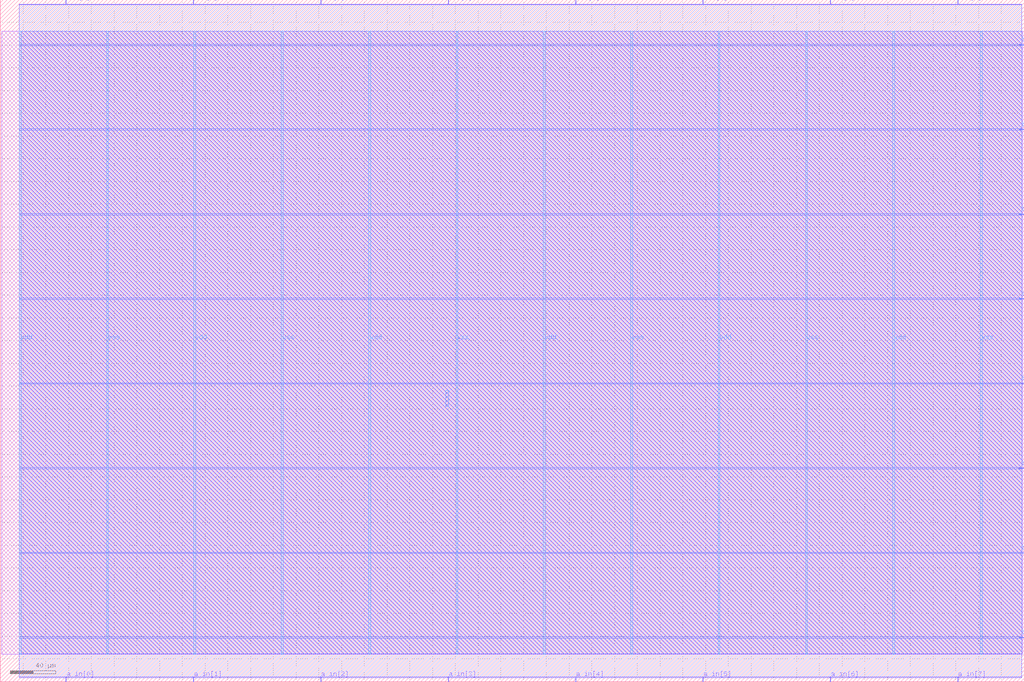
<source format=lef>
VERSION 5.7 ;
  NOWIREEXTENSIONATPIN ON ;
  DIVIDERCHAR "/" ;
  BUSBITCHARS "[]" ;
MACRO adder
  CLASS BLOCK ;
  FOREIGN adder ;
  ORIGIN 0.000 0.000 ;
  SIZE 900.000 BY 600.000 ;
  PIN a_in[0]
    DIRECTION INPUT ;
    USE SIGNAL ;
    PORT
      LAYER MET2 ;
        RECT 57.680 0.000 58.240 4.000 ;
    END
  END a_in[0]
  PIN a_in[1]
    DIRECTION INPUT ;
    USE SIGNAL ;
    PORT
      LAYER MET2 ;
        RECT 169.680 0.000 170.240 4.000 ;
    END
  END a_in[1]
  PIN a_in[2]
    DIRECTION INPUT ;
    USE SIGNAL ;
    PORT
      LAYER MET2 ;
        RECT 281.680 0.000 282.240 4.000 ;
    END
  END a_in[2]
  PIN a_in[3]
    DIRECTION INPUT ;
    USE SIGNAL ;
    PORT
      LAYER MET2 ;
        RECT 393.680 0.000 394.240 4.000 ;
    END
  END a_in[3]
  PIN a_in[4]
    DIRECTION INPUT ;
    USE SIGNAL ;
    PORT
      LAYER MET2 ;
        RECT 505.680 0.000 506.240 4.000 ;
    END
  END a_in[4]
  PIN a_in[5]
    DIRECTION INPUT ;
    USE SIGNAL ;
    PORT
      LAYER MET2 ;
        RECT 617.680 0.000 618.240 4.000 ;
    END
  END a_in[5]
  PIN a_in[6]
    DIRECTION INPUT ;
    USE SIGNAL ;
    PORT
      LAYER MET2 ;
        RECT 729.680 0.000 730.240 4.000 ;
    END
  END a_in[6]
  PIN a_in[7]
    DIRECTION INPUT ;
    USE SIGNAL ;
    PORT
      LAYER MET2 ;
        RECT 841.680 0.000 842.240 4.000 ;
    END
  END a_in[7]
  PIN b_in[0]
    DIRECTION INPUT ;
    USE SIGNAL ;
    PORT
      LAYER MET3 ;
        RECT 896.000 38.640 900.000 39.200 ;
    END
  END b_in[0]
  PIN b_in[1]
    DIRECTION INPUT ;
    USE SIGNAL ;
    PORT
      LAYER MET3 ;
        RECT 896.000 113.120 900.000 113.680 ;
    END
  END b_in[1]
  PIN b_in[2]
    DIRECTION INPUT ;
    USE SIGNAL ;
    PORT
      LAYER MET3 ;
        RECT 896.000 187.600 900.000 188.160 ;
    END
  END b_in[2]
  PIN b_in[3]
    DIRECTION INPUT ;
    USE SIGNAL ;
    PORT
      LAYER MET3 ;
        RECT 896.000 262.080 900.000 262.640 ;
    END
  END b_in[3]
  PIN b_in[4]
    DIRECTION INPUT ;
    USE SIGNAL ;
    PORT
      LAYER MET3 ;
        RECT 896.000 336.560 900.000 337.120 ;
    END
  END b_in[4]
  PIN b_in[5]
    DIRECTION INPUT ;
    USE SIGNAL ;
    PORT
      LAYER MET3 ;
        RECT 896.000 411.040 900.000 411.600 ;
    END
  END b_in[5]
  PIN b_in[6]
    DIRECTION INPUT ;
    USE SIGNAL ;
    PORT
      LAYER MET3 ;
        RECT 896.000 485.520 900.000 486.080 ;
    END
  END b_in[6]
  PIN b_in[7]
    DIRECTION INPUT ;
    USE SIGNAL ;
    PORT
      LAYER MET3 ;
        RECT 896.000 560.000 900.000 560.560 ;
    END
  END b_in[7]
  PIN sum[0]
    DIRECTION OUTPUT TRISTATE ;
    USE SIGNAL ;
    PORT
      LAYER MET2 ;
        RECT 57.680 596.000 58.240 600.000 ;
    END
  END sum[0]
  PIN sum[1]
    DIRECTION OUTPUT TRISTATE ;
    USE SIGNAL ;
    PORT
      LAYER MET2 ;
        RECT 169.680 596.000 170.240 600.000 ;
    END
  END sum[1]
  PIN sum[2]
    DIRECTION OUTPUT TRISTATE ;
    USE SIGNAL ;
    PORT
      LAYER MET2 ;
        RECT 281.680 596.000 282.240 600.000 ;
    END
  END sum[2]
  PIN sum[3]
    DIRECTION OUTPUT TRISTATE ;
    USE SIGNAL ;
    PORT
      LAYER MET2 ;
        RECT 393.680 596.000 394.240 600.000 ;
    END
  END sum[3]
  PIN sum[4]
    DIRECTION OUTPUT TRISTATE ;
    USE SIGNAL ;
    PORT
      LAYER MET2 ;
        RECT 505.680 596.000 506.240 600.000 ;
    END
  END sum[4]
  PIN sum[5]
    DIRECTION OUTPUT TRISTATE ;
    USE SIGNAL ;
    PORT
      LAYER MET2 ;
        RECT 617.680 596.000 618.240 600.000 ;
    END
  END sum[5]
  PIN sum[6]
    DIRECTION OUTPUT TRISTATE ;
    USE SIGNAL ;
    PORT
      LAYER MET2 ;
        RECT 729.680 596.000 730.240 600.000 ;
    END
  END sum[6]
  PIN sum[7]
    DIRECTION OUTPUT TRISTATE ;
    USE SIGNAL ;
    PORT
      LAYER MET2 ;
        RECT 841.680 596.000 842.240 600.000 ;
    END
  END sum[7]
  PIN vdd
    DIRECTION INOUT ;
    USE POWER ;
    PORT
      LAYER MET4 ;
        RECT 16.720 24.300 18.320 572.250 ;
    END
    PORT
      LAYER MET4 ;
        RECT 170.320 24.300 171.920 572.250 ;
    END
    PORT
      LAYER MET4 ;
        RECT 323.920 24.300 325.520 572.250 ;
    END
    PORT
      LAYER MET4 ;
        RECT 477.520 24.300 479.120 572.250 ;
    END
    PORT
      LAYER MET4 ;
        RECT 631.120 24.300 632.720 572.250 ;
    END
    PORT
      LAYER MET4 ;
        RECT 784.720 24.300 786.320 572.250 ;
    END
  END vdd
  PIN vss
    DIRECTION INOUT ;
    USE GROUND ;
    PORT
      LAYER MET4 ;
        RECT 93.520 24.300 95.120 572.250 ;
    END
    PORT
      LAYER MET4 ;
        RECT 247.120 24.300 248.720 572.250 ;
    END
    PORT
      LAYER MET4 ;
        RECT 400.720 24.300 402.320 572.250 ;
    END
    PORT
      LAYER MET4 ;
        RECT 554.320 24.300 555.920 572.250 ;
    END
    PORT
      LAYER MET4 ;
        RECT 707.920 24.300 709.520 572.250 ;
    END
    PORT
      LAYER MET4 ;
        RECT 861.520 24.300 863.120 572.250 ;
    END
  END vss
  OBS
      LAYER MET1 ;
        RECT 1.200 24.300 898.800 572.250 ;
      LAYER MET2 ;
        RECT 16.860 595.700 57.380 596.000 ;
        RECT 58.540 595.700 169.380 596.000 ;
        RECT 170.540 595.700 281.380 596.000 ;
        RECT 282.540 595.700 393.380 596.000 ;
        RECT 394.540 595.700 505.380 596.000 ;
        RECT 506.540 595.700 617.380 596.000 ;
        RECT 618.540 595.700 729.380 596.000 ;
        RECT 730.540 595.700 841.380 596.000 ;
        RECT 842.540 595.700 898.100 596.000 ;
        RECT 16.860 4.300 898.100 595.700 ;
        RECT 16.860 3.500 57.380 4.300 ;
        RECT 58.540 3.500 169.380 4.300 ;
        RECT 170.540 3.500 281.380 4.300 ;
        RECT 282.540 3.500 393.380 4.300 ;
        RECT 394.540 3.500 505.380 4.300 ;
        RECT 506.540 3.500 617.380 4.300 ;
        RECT 618.540 3.500 729.380 4.300 ;
        RECT 730.540 3.500 841.380 4.300 ;
        RECT 842.540 3.500 898.100 4.300 ;
      LAYER MET3 ;
        RECT 16.810 560.860 898.150 572.090 ;
        RECT 16.810 559.700 895.700 560.860 ;
        RECT 16.810 486.380 898.150 559.700 ;
        RECT 16.810 485.220 895.700 486.380 ;
        RECT 16.810 411.900 898.150 485.220 ;
        RECT 16.810 410.740 895.700 411.900 ;
        RECT 16.810 337.420 898.150 410.740 ;
        RECT 16.810 336.260 895.700 337.420 ;
        RECT 16.810 262.940 898.150 336.260 ;
        RECT 16.810 261.780 895.700 262.940 ;
        RECT 16.810 188.460 898.150 261.780 ;
        RECT 16.810 187.300 895.700 188.460 ;
        RECT 16.810 113.980 898.150 187.300 ;
        RECT 16.810 112.820 895.700 113.980 ;
        RECT 16.810 39.500 898.150 112.820 ;
        RECT 16.810 38.340 895.700 39.500 ;
        RECT 16.810 24.460 898.150 38.340 ;
      LAYER MET4 ;
        RECT 391.580 242.010 394.100 256.110 ;
  END
END adder
END LIBRARY


</source>
